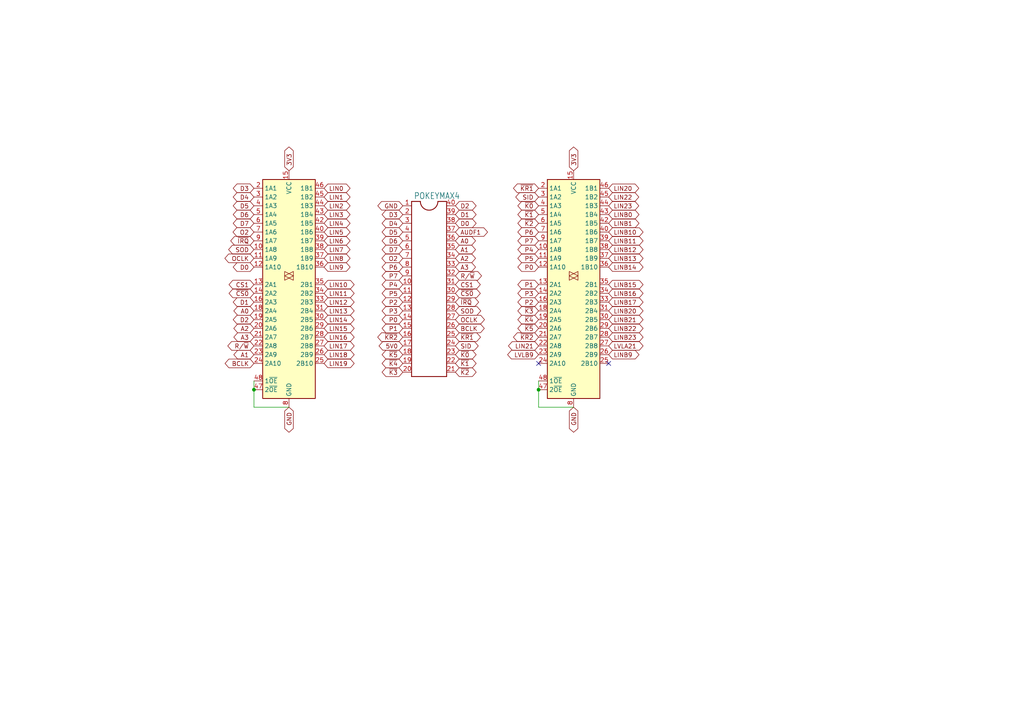
<source format=kicad_sch>
(kicad_sch (version 20231120) (generator "eeschema") (generator_version "8.0")
  (paper "A4")
  (lib_symbols
    (symbol "74xx:74CB3T16210DGV"
      (property "Reference" "U" (at -7.62 31.75 0))
      (property "Value" "74CB3T16210DGV" (at -8.89 -34.29 0))
      (symbol "74CB3T16210DGV_0_1"
        (rectangle (start -7.62 30.48) (end 7.62 -33.02) (stroke (width 0.254)) (fill (type background)))
      )
      (symbol "74CB3T16210DGV_1_0"
        (polyline (pts (xy 1.27 2.54) (xy -1.27 3.81) (xy -1.27 1.27) (xy 1.27 2.54)) (stroke (width 0.1524)))
        (polyline (pts (xy 1.27 3.81) (xy -1.27 2.54) (xy 1.27 1.27) (xy 1.27 3.81)))
        (pin passive line (at -10.16 10.16 0) (length 2.54) (name "1A8") (number "10"))
        (pin passive line (at -10.16 7.62 0) (length 2.54) (name "1A9") (number "11"))
        (pin passive line (at -10.16 5.08 0) (length 2.54) (name "1A10") (number "12"))
        (pin passive line (at -10.16 0 0) (length 2.54) (name "2A1") (number "13"))
        (pin passive line (at -10.16 -2.54 0) (length 2.54) (name "2A2") (number "14"))
        (pin power_in line (at 0 33.02 270) (length 2.54) (name "VCC") (number "15"))
        (pin passive line (at -10.16 -5.08 0) (length 2.54) (name "2A3") (number "16"))
        (pin passive line (at 0 -35.56 90) (length 2.54) hide (name "GND") (number "17"))
        (pin passive line (at -10.16 -7.62 0) (length 2.54) (name "2A4") (number "18"))
        (pin passive line (at -10.16 -10.16 0) (length 2.54) (name "2A5") (number "19"))
        (pin passive line (at -10.16 27.94 0) (length 2.54) (name "1A1") (number "2"))
        (pin passive line (at -10.16 -12.7 0) (length 2.54) (name "2A6") (number "20"))
        (pin passive line (at -10.16 -15.24 0) (length 2.54) (name "2A7") (number "21"))
        (pin passive line (at -10.16 -17.78 0) (length 2.54) (name "2A8") (number "22"))
        (pin passive line (at -10.16 -20.32 0) (length 2.54) (name "2A9") (number "23"))
        (pin passive line (at -10.16 -22.86 0) (length 2.54) (name "2A10") (number "24"))
        (pin passive line (at 10.16 -22.86 180) (length 2.54) (name "2B10") (number "25"))
        (pin passive line (at 10.16 -20.32 180) (length 2.54) (name "2B9") (number "26"))
        (pin passive line (at 10.16 -17.78 180) (length 2.54) (name "2B8") (number "27"))
        (pin passive line (at 10.16 -15.24 180) (length 2.54) (name "2B7") (number "28"))
        (pin passive line (at 10.16 -12.7 180) (length 2.54) (name "2B6") (number "29"))
        (pin passive line (at -10.16 25.4 0) (length 2.54) (name "1A2") (number "3"))
        (pin passive line (at 10.16 -10.16 180) (length 2.54) (name "2B5") (number "30"))
        (pin passive line (at 10.16 -7.62 180) (length 2.54) (name "2B4") (number "31"))
        (pin passive line (at 0 -35.56 90) (length 2.54) hide (name "GND") (number "32"))
        (pin passive line (at 10.16 -5.08 180) (length 2.54) (name "2B3") (number "33"))
        (pin passive line (at 10.16 -2.54 180) (length 2.54) (name "2B2") (number "34"))
        (pin passive line (at 10.16 0 180) (length 2.54) (name "2B1") (number "35"))
        (pin passive line (at 10.16 5.08 180) (length 2.54) (name "1B10") (number "36"))
        (pin passive line (at 10.16 7.62 180) (length 2.54) (name "1B9") (number "37"))
        (pin passive line (at 10.16 10.16 180) (length 2.54) (name "1B8") (number "38"))
        (pin passive line (at 10.16 12.7 180) (length 2.54) (name "1B7") (number "39"))
        (pin passive line (at -10.16 22.86 0) (length 2.54) (name "1A3") (number "4"))
        (pin passive line (at 10.16 15.24 180) (length 2.54) (name "1B6") (number "40"))
        (pin passive line (at 0 -35.56 90) (length 2.54) hide (name "GND") (number "41"))
        (pin passive line (at 10.16 17.78 180) (length 2.54) (name "1B5") (number "42"))
        (pin passive line (at 10.16 20.32 180) (length 2.54) (name "1B4") (number "43"))
        (pin passive line (at 10.16 22.86 180) (length 2.54) (name "1B3") (number "44"))
        (pin passive line (at 10.16 25.4 180) (length 2.54) (name "1B2") (number "45"))
        (pin passive line (at 10.16 27.94 180) (length 2.54) (name "1B1") (number "46"))
        (pin input line (at -10.16 -30.48 0) (length 2.54) (name "2~{OE}") (number "47"))
        (pin input line (at -10.16 -27.94 0) (length 2.54) (name "1~{OE}") (number "48"))
        (pin passive line (at -10.16 20.32 0) (length 2.54) (name "1A4") (number "5"))
        (pin passive line (at -10.16 17.78 0) (length 2.54) (name "1A5") (number "6"))
        (pin passive line (at -10.16 15.24 0) (length 2.54) (name "1A6") (number "7"))
        (pin power_in line (at 0 -35.56 90) (length 2.54) (name "GND") (number "8"))
        (pin passive line (at -10.16 12.7 0) (length 2.54) (name "1A7") (number "9"))
      )
      (symbol "74CB3T16210DGV_1_1"
        (pin no_connect line (at 7.62 -30.48 180) (length 2.54) hide (name "NC") (number "1"))
      )
    )
    (symbol "pokeymax4-eagle-import:DIL40"
      (property "Reference" "IC" (at -4.445 24.765 0))
      (symbol "DIL40_1_0"
        (arc (start -2.54 24.13) (mid 0 21.59) (end 2.54 24.13) (stroke (width 0.254)))
        (polyline (pts (xy -5.08 -26.67) (xy 5.08 -26.67)) (stroke (width 0.254)))
        (polyline (pts (xy -5.08 24.13) (xy -5.08 -26.67)) (stroke (width 0.254)))
        (polyline (pts (xy -5.08 24.13) (xy -2.54 24.13)) (stroke (width 0.254)))
        (polyline (pts (xy 5.08 -26.67) (xy 5.08 24.13)) (stroke (width 0.254)))
        (polyline (pts (xy 5.08 24.13) (xy 2.54 24.13)) (stroke (width 0.254)))
        (pin passive line (at -7.62 22.86 0) (length 2.54) (name "1") (number "1"))
        (pin passive line (at -7.62 0 0) (length 2.54) (name "10") (number "10"))
        (pin passive line (at -7.62 -2.54 0) (length 2.54) (name "11") (number "11"))
        (pin passive line (at -7.62 -5.08 0) (length 2.54) (name "12") (number "12"))
        (pin passive line (at -7.62 -7.62 0) (length 2.54) (name "13") (number "13"))
        (pin passive line (at -7.62 -10.16 0) (length 2.54) (name "14") (number "14"))
        (pin passive line (at -7.62 -12.7 0) (length 2.54) (name "15") (number "15"))
        (pin passive line (at -7.62 -15.24 0) (length 2.54) (name "16") (number "16"))
        (pin passive line (at -7.62 -17.78 0) (length 2.54) (name "17") (number "17"))
        (pin passive line (at -7.62 -20.32 0) (length 2.54) (name "18") (number "18"))
        (pin passive line (at -7.62 -22.86 0) (length 2.54) (name "19") (number "19"))
        (pin passive line (at -7.62 20.32 0) (length 2.54) (name "2") (number "2"))
        (pin passive line (at -7.62 -25.4 0) (length 2.54) (name "20") (number "20"))
        (pin passive line (at 7.62 -25.4 180) (length 2.54) (name "21") (number "21"))
        (pin passive line (at 7.62 -22.86 180) (length 2.54) (name "22") (number "22"))
        (pin passive line (at 7.62 -20.32 180) (length 2.54) (name "23") (number "23"))
        (pin passive line (at 7.62 -17.78 180) (length 2.54) (name "24") (number "24"))
        (pin passive line (at 7.62 -15.24 180) (length 2.54) (name "25") (number "25"))
        (pin passive line (at 7.62 -12.7 180) (length 2.54) (name "26") (number "26"))
        (pin passive line (at 7.62 -10.16 180) (length 2.54) (name "27") (number "27"))
        (pin passive line (at 7.62 -7.62 180) (length 2.54) (name "28") (number "28"))
        (pin passive line (at 7.62 -5.08 180) (length 2.54) (name "29") (number "29"))
        (pin passive line (at -7.62 17.78 0) (length 2.54) (name "3") (number "3"))
        (pin passive line (at 7.62 -2.54 180) (length 2.54) (name "30") (number "30"))
        (pin passive line (at 7.62 0 180) (length 2.54) (name "31") (number "31"))
        (pin passive line (at 7.62 2.54 180) (length 2.54) (name "32") (number "32"))
        (pin passive line (at 7.62 5.08 180) (length 2.54) (name "33") (number "33"))
        (pin passive line (at 7.62 7.62 180) (length 2.54) (name "34") (number "34"))
        (pin passive line (at 7.62 10.16 180) (length 2.54) (name "35") (number "35"))
        (pin passive line (at 7.62 12.7 180) (length 2.54) (name "36") (number "36"))
        (pin passive line (at 7.62 15.24 180) (length 2.54) (name "37") (number "37"))
        (pin passive line (at 7.62 17.78 180) (length 2.54) (name "38") (number "38"))
        (pin passive line (at 7.62 20.32 180) (length 2.54) (name "39") (number "39"))
        (pin passive line (at -7.62 15.24 0) (length 2.54) (name "4") (number "4"))
        (pin passive line (at 7.62 22.86 180) (length 2.54) (name "40") (number "40"))
        (pin passive line (at -7.62 12.7 0) (length 2.54) (name "5") (number "5"))
        (pin passive line (at -7.62 10.16 0) (length 2.54) (name "6") (number "6"))
        (pin passive line (at -7.62 7.62 0) (length 2.54) (name "7") (number "7"))
        (pin passive line (at -7.62 5.08 0) (length 2.54) (name "8") (number "8"))
        (pin passive line (at -7.62 2.54 0) (length 2.54) (name "9") (number "9"))
      )
    )
  )
  (junction (at 156.21 113.03))
  (junction (at 73.66 113.03))
  (no_connect (at 176.53 105.41))
  (no_connect (at 156.21 105.41))
  (wire (pts (xy 73.66 110.49) (xy 73.66 113.03)))
  (wire (pts (xy 156.21 113.03) (xy 156.21 118.11)))
  (wire (pts (xy 73.66 113.03) (xy 73.66 118.11)))
  (wire (pts (xy 156.21 110.49) (xy 156.21 113.03)))
  (wire (pts (xy 73.66 118.11) (xy 83.82 118.11)))
  (wire (pts (xy 156.21 118.11) (xy 166.37 118.11)))
  (global_label "GND" (shape bidirectional) (at 116.84 59.69 180) (effects (font (size 1.2446 1.2446))) (property "Intersheetrefs" "${INTERSHEET_REFS}" (effects (hide yes))))
  (global_label "D6" (shape bidirectional) (at 116.84 69.85 180) (property "Intersheetrefs" "${INTERSHEET_REFS}" (effects (hide yes))))
  (global_label "GND" (shape bidirectional) (at 166.37 118.11 270) (effects (font (size 1.2446 1.2446))) (property "Intersheetrefs" "${INTERSHEET_REFS}" (effects (hide yes))))
  (global_label "SOD" (shape bidirectional) (at 73.66 72.39 180) (property "Intersheetrefs" "${INTERSHEET_REFS}" (effects (hide yes))))
  (global_label "A3" (shape bidirectional) (at 132.08 77.47 0) (property "Intersheetrefs" "${INTERSHEET_REFS}" (effects (hide yes))))
  (global_label "BCLK" (shape bidirectional) (at 73.66 105.41 180) (property "Intersheetrefs" "${INTERSHEET_REFS}" (effects (hide yes))))
  (global_label "P0" (shape bidirectional) (at 156.21 77.47 180) (property "Intersheetrefs" "${INTERSHEET_REFS}" (effects (hide yes))))
  (global_label "P3" (shape bidirectional) (at 116.84 90.17 180) (property "Intersheetrefs" "${INTERSHEET_REFS}" (effects (hide yes))))
  (global_label "LVLA21" (shape bidirectional) (at 176.53 100.33 0) (effects (font (size 1.2446 1.2446))) (property "Intersheetrefs" "${INTERSHEET_REFS}" (effects (hide yes))))
  (global_label "LINB0" (shape bidirectional) (at 176.53 62.23 0) (effects (font (size 1.2446 1.2446))) (property "Intersheetrefs" "${INTERSHEET_REFS}" (effects (hide yes))))
  (global_label "LINB10" (shape bidirectional) (at 176.53 67.31 0) (effects (font (size 1.2446 1.2446))) (property "Intersheetrefs" "${INTERSHEET_REFS}" (effects (hide yes))))
  (global_label "P1" (shape bidirectional) (at 116.84 95.25 180) (property "Intersheetrefs" "${INTERSHEET_REFS}" (effects (hide yes))))
  (global_label "LIN15" (shape bidirectional) (at 93.98 95.25 0) (effects (font (size 1.2446 1.2446))) (property "Intersheetrefs" "${INTERSHEET_REFS}" (effects (hide yes))))
  (global_label "LIN23" (shape bidirectional) (at 176.53 59.69 0) (effects (font (size 1.2446 1.2446))) (property "Intersheetrefs" "${INTERSHEET_REFS}" (effects (hide yes))))
  (global_label "D1" (shape bidirectional) (at 73.66 87.63 180) (property "Intersheetrefs" "${INTERSHEET_REFS}" (effects (hide yes))))
  (global_label "LINB13" (shape bidirectional) (at 176.53 74.93 0) (effects (font (size 1.2446 1.2446))) (property "Intersheetrefs" "${INTERSHEET_REFS}" (effects (hide yes))))
  (global_label "D3" (shape bidirectional) (at 116.84 62.23 180) (property "Intersheetrefs" "${INTERSHEET_REFS}" (effects (hide yes))))
  (global_label "D4" (shape bidirectional) (at 116.84 64.77 180) (property "Intersheetrefs" "${INTERSHEET_REFS}" (effects (hide yes))))
  (global_label "R/~{W}" (shape bidirectional) (at 132.08 80.01 0) (property "Intersheetrefs" "${INTERSHEET_REFS}" (effects (hide yes))))
  (global_label "LIN12" (shape bidirectional) (at 93.98 87.63 0) (effects (font (size 1.2446 1.2446))) (property "Intersheetrefs" "${INTERSHEET_REFS}" (effects (hide yes))))
  (global_label "LIN3" (shape bidirectional) (at 93.98 62.23 0) (effects (font (size 1.2446 1.2446))) (property "Intersheetrefs" "${INTERSHEET_REFS}" (effects (hide yes))))
  (global_label "A1" (shape bidirectional) (at 73.66 102.87 180) (property "Intersheetrefs" "${INTERSHEET_REFS}" (effects (hide yes))))
  (global_label "SID" (shape bidirectional) (at 156.21 57.15 180) (property "Intersheetrefs" "${INTERSHEET_REFS}" (effects (hide yes))))
  (global_label "D2" (shape bidirectional) (at 73.66 92.71 180) (property "Intersheetrefs" "${INTERSHEET_REFS}" (effects (hide yes))))
  (global_label "D1" (shape bidirectional) (at 132.08 62.23 0) (property "Intersheetrefs" "${INTERSHEET_REFS}" (effects (hide yes))))
  (global_label "A3" (shape bidirectional) (at 73.66 97.79 180) (property "Intersheetrefs" "${INTERSHEET_REFS}" (effects (hide yes))))
  (global_label "GND" (shape bidirectional) (at 83.82 118.11 270) (effects (font (size 1.2446 1.2446))) (property "Intersheetrefs" "${INTERSHEET_REFS}" (effects (hide yes))))
  (global_label "LIN2" (shape bidirectional) (at 93.98 59.69 0) (effects (font (size 1.2446 1.2446))) (property "Intersheetrefs" "${INTERSHEET_REFS}" (effects (hide yes))))
  (global_label "~{K1}" (shape bidirectional) (at 156.21 62.23 180) (property "Intersheetrefs" "${INTERSHEET_REFS}" (effects (hide yes))))
  (global_label "OCLK" (shape bidirectional) (at 73.66 74.93 180) (property "Intersheetrefs" "${INTERSHEET_REFS}" (effects (hide yes))))
  (global_label "SID" (shape bidirectional) (at 132.08 100.33 0) (property "Intersheetrefs" "${INTERSHEET_REFS}" (effects (hide yes))))
  (global_label "LIN8" (shape bidirectional) (at 93.98 74.93 0) (effects (font (size 1.2446 1.2446))) (property "Intersheetrefs" "${INTERSHEET_REFS}" (effects (hide yes))))
  (global_label "~{IRQ}" (shape bidirectional) (at 73.66 69.85 180) (property "Intersheetrefs" "${INTERSHEET_REFS}" (effects (hide yes))))
  (global_label "LINB22" (shape bidirectional) (at 176.53 95.25 0) (effects (font (size 1.2446 1.2446))) (property "Intersheetrefs" "${INTERSHEET_REFS}" (effects (hide yes))))
  (global_label "P3" (shape bidirectional) (at 156.21 85.09 180) (property "Intersheetrefs" "${INTERSHEET_REFS}" (effects (hide yes))))
  (global_label "D0" (shape bidirectional) (at 132.08 64.77 0) (property "Intersheetrefs" "${INTERSHEET_REFS}" (effects (hide yes))))
  (global_label "D4" (shape bidirectional) (at 73.66 57.15 180) (property "Intersheetrefs" "${INTERSHEET_REFS}" (effects (hide yes))))
  (global_label "D7" (shape bidirectional) (at 73.66 64.77 180) (property "Intersheetrefs" "${INTERSHEET_REFS}" (effects (hide yes))))
  (global_label "BCLK" (shape bidirectional) (at 132.08 95.25 0) (property "Intersheetrefs" "${INTERSHEET_REFS}" (effects (hide yes))))
  (global_label "P1" (shape bidirectional) (at 156.21 82.55 180) (property "Intersheetrefs" "${INTERSHEET_REFS}" (effects (hide yes))))
  (global_label "CS1" (shape bidirectional) (at 73.66 82.55 180) (property "Intersheetrefs" "${INTERSHEET_REFS}" (effects (hide yes))))
  (global_label "LIN20" (shape bidirectional) (at 176.53 54.61 0) (effects (font (size 1.2446 1.2446))) (property "Intersheetrefs" "${INTERSHEET_REFS}" (effects (hide yes))))
  (global_label "~{K5}" (shape bidirectional) (at 156.21 95.25 180) (property "Intersheetrefs" "${INTERSHEET_REFS}" (effects (hide yes))))
  (global_label "~{CS0}" (shape bidirectional) (at 73.66 85.09 180) (property "Intersheetrefs" "${INTERSHEET_REFS}" (effects (hide yes))))
  (global_label "P2" (shape bidirectional) (at 116.84 87.63 180) (property "Intersheetrefs" "${INTERSHEET_REFS}" (effects (hide yes))))
  (global_label "A1" (shape bidirectional) (at 132.08 72.39 0) (property "Intersheetrefs" "${INTERSHEET_REFS}" (effects (hide yes))))
  (global_label "~{K3}" (shape bidirectional) (at 116.84 107.95 180) (property "Intersheetrefs" "${INTERSHEET_REFS}" (effects (hide yes))))
  (global_label "LIN16" (shape bidirectional) (at 93.98 97.79 0) (effects (font (size 1.2446 1.2446))) (property "Intersheetrefs" "${INTERSHEET_REFS}" (effects (hide yes))))
  (global_label "AUDF1" (shape bidirectional) (at 132.08 67.31 0) (effects (font (size 1.2446 1.2446))) (property "Intersheetrefs" "${INTERSHEET_REFS}" (effects (hide yes))))
  (global_label "LIN1" (shape bidirectional) (at 93.98 57.15 0) (effects (font (size 1.2446 1.2446))) (property "Intersheetrefs" "${INTERSHEET_REFS}" (effects (hide yes))))
  (global_label "LINB21" (shape bidirectional) (at 176.53 92.71 0) (effects (font (size 1.2446 1.2446))) (property "Intersheetrefs" "${INTERSHEET_REFS}" (effects (hide yes))))
  (global_label "3V3" (shape bidirectional) (at 166.37 49.53 90) (effects (font (size 1.2446 1.2446))) (property "Intersheetrefs" "${INTERSHEET_REFS}" (effects (hide yes))))
  (global_label "~{IRQ}" (shape bidirectional) (at 132.08 87.63 0) (property "Intersheetrefs" "${INTERSHEET_REFS}" (effects (hide yes))))
  (global_label "~{K0}" (shape bidirectional) (at 132.08 102.87 0) (property "Intersheetrefs" "${INTERSHEET_REFS}" (effects (hide yes))))
  (global_label "A2" (shape bidirectional) (at 73.66 95.25 180) (property "Intersheetrefs" "${INTERSHEET_REFS}" (effects (hide yes))))
  (global_label "LINB1" (shape bidirectional) (at 176.53 64.77 0) (effects (font (size 1.2446 1.2446))) (property "Intersheetrefs" "${INTERSHEET_REFS}" (effects (hide yes))))
  (global_label "LIN5" (shape bidirectional) (at 93.98 67.31 0) (effects (font (size 1.2446 1.2446))) (property "Intersheetrefs" "${INTERSHEET_REFS}" (effects (hide yes))))
  (global_label "LINB14" (shape bidirectional) (at 176.53 77.47 0) (effects (font (size 1.2446 1.2446))) (property "Intersheetrefs" "${INTERSHEET_REFS}" (effects (hide yes))))
  (global_label "O2" (shape bidirectional) (at 116.84 74.93 180) (property "Intersheetrefs" "${INTERSHEET_REFS}" (effects (hide yes))))
  (global_label "~{K2}" (shape bidirectional) (at 156.21 64.77 180) (property "Intersheetrefs" "${INTERSHEET_REFS}" (effects (hide yes))))
  (global_label "LIN14" (shape bidirectional) (at 93.98 92.71 0) (effects (font (size 1.2446 1.2446))) (property "Intersheetrefs" "${INTERSHEET_REFS}" (effects (hide yes))))
  (global_label "P6" (shape bidirectional) (at 156.21 67.31 180) (property "Intersheetrefs" "${INTERSHEET_REFS}" (effects (hide yes))))
  (global_label "P4" (shape bidirectional) (at 156.21 72.39 180) (property "Intersheetrefs" "${INTERSHEET_REFS}" (effects (hide yes))))
  (global_label "CS1" (shape bidirectional) (at 132.08 82.55 0) (property "Intersheetrefs" "${INTERSHEET_REFS}" (effects (hide yes))))
  (global_label "LIN19" (shape bidirectional) (at 93.98 105.41 0) (effects (font (size 1.2446 1.2446))) (property "Intersheetrefs" "${INTERSHEET_REFS}" (effects (hide yes))))
  (global_label "~{K0}" (shape bidirectional) (at 156.21 59.69 180) (property "Intersheetrefs" "${INTERSHEET_REFS}" (effects (hide yes))))
  (global_label "P4" (shape bidirectional) (at 116.84 82.55 180) (property "Intersheetrefs" "${INTERSHEET_REFS}" (effects (hide yes))))
  (global_label "~{KR2}" (shape bidirectional) (at 116.84 97.79 180) (property "Intersheetrefs" "${INTERSHEET_REFS}" (effects (hide yes))))
  (global_label "D6" (shape bidirectional) (at 73.66 62.23 180) (property "Intersheetrefs" "${INTERSHEET_REFS}" (effects (hide yes))))
  (global_label "5V0" (shape bidirectional) (at 116.84 100.33 180) (effects (font (size 1.2446 1.2446))) (property "Intersheetrefs" "${INTERSHEET_REFS}" (effects (hide yes))))
  (global_label "LIN7" (shape bidirectional) (at 93.98 72.39 0) (effects (font (size 1.2446 1.2446))) (property "Intersheetrefs" "${INTERSHEET_REFS}" (effects (hide yes))))
  (global_label "LIN6" (shape bidirectional) (at 93.98 69.85 0) (effects (font (size 1.2446 1.2446))) (property "Intersheetrefs" "${INTERSHEET_REFS}" (effects (hide yes))))
  (global_label "P5" (shape bidirectional) (at 156.21 74.93 180) (property "Intersheetrefs" "${INTERSHEET_REFS}" (effects (hide yes))))
  (global_label "~{K5}" (shape bidirectional) (at 116.84 102.87 180) (property "Intersheetrefs" "${INTERSHEET_REFS}" (effects (hide yes))))
  (global_label "D3" (shape bidirectional) (at 73.66 54.61 180) (property "Intersheetrefs" "${INTERSHEET_REFS}" (effects (hide yes))))
  (global_label "~{CS0}" (shape bidirectional) (at 132.08 85.09 0) (property "Intersheetrefs" "${INTERSHEET_REFS}" (effects (hide yes))))
  (global_label "P0" (shape bidirectional) (at 116.84 92.71 180) (property "Intersheetrefs" "${INTERSHEET_REFS}" (effects (hide yes))))
  (global_label "LINB16" (shape bidirectional) (at 176.53 85.09 0) (effects (font (size 1.2446 1.2446))) (property "Intersheetrefs" "${INTERSHEET_REFS}" (effects (hide yes))))
  (global_label "LIN17" (shape bidirectional) (at 93.98 100.33 0) (effects (font (size 1.2446 1.2446))) (property "Intersheetrefs" "${INTERSHEET_REFS}" (effects (hide yes))))
  (global_label "D0" (shape bidirectional) (at 73.66 77.47 180) (property "Intersheetrefs" "${INTERSHEET_REFS}" (effects (hide yes))))
  (global_label "P6" (shape bidirectional) (at 116.84 77.47 180) (property "Intersheetrefs" "${INTERSHEET_REFS}" (effects (hide yes))))
  (global_label "A0" (shape bidirectional) (at 73.66 90.17 180) (property "Intersheetrefs" "${INTERSHEET_REFS}" (effects (hide yes))))
  (global_label "LIN9" (shape bidirectional) (at 93.98 77.47 0) (effects (font (size 1.2446 1.2446))) (property "Intersheetrefs" "${INTERSHEET_REFS}" (effects (hide yes))))
  (global_label "LIN4" (shape bidirectional) (at 93.98 64.77 0) (effects (font (size 1.2446 1.2446))) (property "Intersheetrefs" "${INTERSHEET_REFS}" (effects (hide yes))))
  (global_label "OCLK" (shape bidirectional) (at 132.08 92.71 0) (property "Intersheetrefs" "${INTERSHEET_REFS}" (effects (hide yes))))
  (global_label "~{K3}" (shape bidirectional) (at 156.21 90.17 180) (property "Intersheetrefs" "${INTERSHEET_REFS}" (effects (hide yes))))
  (global_label "~{KR2}" (shape bidirectional) (at 156.21 97.79 180) (property "Intersheetrefs" "${INTERSHEET_REFS}" (effects (hide yes))))
  (global_label "LIN18" (shape bidirectional) (at 93.98 102.87 0) (effects (font (size 1.2446 1.2446))) (property "Intersheetrefs" "${INTERSHEET_REFS}" (effects (hide yes))))
  (global_label "P7" (shape bidirectional) (at 156.21 69.85 180) (property "Intersheetrefs" "${INTERSHEET_REFS}" (effects (hide yes))))
  (global_label "3V3" (shape bidirectional) (at 83.82 49.53 90) (effects (font (size 1.2446 1.2446))) (property "Intersheetrefs" "${INTERSHEET_REFS}" (effects (hide yes))))
  (global_label "LINB17" (shape bidirectional) (at 176.53 87.63 0) (effects (font (size 1.2446 1.2446))) (property "Intersheetrefs" "${INTERSHEET_REFS}" (effects (hide yes))))
  (global_label "P5" (shape bidirectional) (at 116.84 85.09 180) (property "Intersheetrefs" "${INTERSHEET_REFS}" (effects (hide yes))))
  (global_label "SOD" (shape bidirectional) (at 132.08 90.17 0) (property "Intersheetrefs" "${INTERSHEET_REFS}" (effects (hide yes))))
  (global_label "P7" (shape bidirectional) (at 116.84 80.01 180) (property "Intersheetrefs" "${INTERSHEET_REFS}" (effects (hide yes))))
  (global_label "R/~{W}" (shape bidirectional) (at 73.66 100.33 180) (property "Intersheetrefs" "${INTERSHEET_REFS}" (effects (hide yes))))
  (global_label "LINB11" (shape bidirectional) (at 176.53 69.85 0) (effects (font (size 1.2446 1.2446))) (property "Intersheetrefs" "${INTERSHEET_REFS}" (effects (hide yes))))
  (global_label "~{KR1}" (shape bidirectional) (at 132.08 97.79 0) (property "Intersheetrefs" "${INTERSHEET_REFS}" (effects (hide yes))))
  (global_label "~{K4}" (shape bidirectional) (at 156.21 92.71 180) (property "Intersheetrefs" "${INTERSHEET_REFS}" (effects (hide yes))))
  (global_label "LINB12" (shape bidirectional) (at 176.53 72.39 0) (effects (font (size 1.2446 1.2446))) (property "Intersheetrefs" "${INTERSHEET_REFS}" (effects (hide yes))))
  (global_label "LIN22" (shape bidirectional) (at 176.53 57.15 0) (effects (font (size 1.2446 1.2446))) (property "Intersheetrefs" "${INTERSHEET_REFS}" (effects (hide yes))))
  (global_label "A2" (shape bidirectional) (at 132.08 74.93 0) (property "Intersheetrefs" "${INTERSHEET_REFS}" (effects (hide yes))))
  (global_label "LIN10" (shape bidirectional) (at 93.98 82.55 0) (effects (font (size 1.2446 1.2446))) (property "Intersheetrefs" "${INTERSHEET_REFS}" (effects (hide yes))))
  (global_label "LVLB9" (shape bidirectional) (at 156.21 102.87 180) (effects (font (size 1.2446 1.2446))) (property "Intersheetrefs" "${INTERSHEET_REFS}" (effects (hide yes))))
  (global_label "~{K2}" (shape bidirectional) (at 132.08 107.95 0) (property "Intersheetrefs" "${INTERSHEET_REFS}" (effects (hide yes))))
  (global_label "LIN11" (shape bidirectional) (at 93.98 85.09 0) (effects (font (size 1.2446 1.2446))) (property "Intersheetrefs" "${INTERSHEET_REFS}" (effects (hide yes))))
  (global_label "~{K4}" (shape bidirectional) (at 116.84 105.41 180) (property "Intersheetrefs" "${INTERSHEET_REFS}" (effects (hide yes))))
  (global_label "~{K1}" (shape bidirectional) (at 132.08 105.41 0) (property "Intersheetrefs" "${INTERSHEET_REFS}" (effects (hide yes))))
  (global_label "LINB23" (shape bidirectional) (at 176.53 97.79 0) (effects (font (size 1.2446 1.2446))) (property "Intersheetrefs" "${INTERSHEET_REFS}" (effects (hide yes))))
  (global_label "D2" (shape bidirectional) (at 132.08 59.69 0) (property "Intersheetrefs" "${INTERSHEET_REFS}" (effects (hide yes))))
  (global_label "D7" (shape bidirectional) (at 116.84 72.39 180) (property "Intersheetrefs" "${INTERSHEET_REFS}" (effects (hide yes))))
  (global_label "~{KR1}" (shape bidirectional) (at 156.21 54.61 180) (property "Intersheetrefs" "${INTERSHEET_REFS}" (effects (hide yes))))
  (global_label "LIN21" (shape bidirectional) (at 156.21 100.33 180) (effects (font (size 1.2446 1.2446))) (property "Intersheetrefs" "${INTERSHEET_REFS}" (effects (hide yes))))
  (global_label "A0" (shape bidirectional) (at 132.08 69.85 0) (property "Intersheetrefs" "${INTERSHEET_REFS}" (effects (hide yes))))
  (global_label "LIN13" (shape bidirectional) (at 93.98 90.17 0) (effects (font (size 1.2446 1.2446))) (property "Intersheetrefs" "${INTERSHEET_REFS}" (effects (hide yes))))
  (global_label "LINB9" (shape bidirectional) (at 176.53 102.87 0) (effects (font (size 1.2446 1.2446))) (property "Intersheetrefs" "${INTERSHEET_REFS}" (effects (hide yes))))
  (global_label "P2" (shape bidirectional) (at 156.21 87.63 180) (property "Intersheetrefs" "${INTERSHEET_REFS}" (effects (hide yes))))
  (global_label "LINB15" (shape bidirectional) (at 176.53 82.55 0) (effects (font (size 1.2446 1.2446))) (property "Intersheetrefs" "${INTERSHEET_REFS}" (effects (hide yes))))
  (global_label "D5" (shape bidirectional) (at 73.66 59.69 180) (property "Intersheetrefs" "${INTERSHEET_REFS}" (effects (hide yes))))
  (global_label "LIN0" (shape bidirectional) (at 93.98 54.61 0) (effects (font (size 1.2446 1.2446))) (property "Intersheetrefs" "${INTERSHEET_REFS}" (effects (hide yes))))
  (global_label "LINB20" (shape bidirectional) (at 176.53 90.17 0) (effects (font (size 1.2446 1.2446))) (property "Intersheetrefs" "${INTERSHEET_REFS}" (effects (hide yes))))
  (global_label "O2" (shape bidirectional) (at 73.66 67.31 180) (property "Intersheetrefs" "${INTERSHEET_REFS}" (effects (hide yes))))
  (global_label "D5" (shape bidirectional) (at 116.84 67.31 180) (property "Intersheetrefs" "${INTERSHEET_REFS}" (effects (hide yes))))
  (symbol (lib_id "74xx:74CB3T16210DGV") (at 166.37 82.55 0) (unit 1)
    (property "Reference" "U2" (effects (hide yes)))
    (property "Value" "74CB3T16210" (effects (hide yes)))
    (property "Footprint" "Package_SO:TSSOP-48_6.1x12.5mm_P0.5mm" (effects (hide yes)))
    (property "Datasheet" "https://www.ti.com/lit/ds/symlink/sn74cb3t16210.pdf" (effects (hide yes)))
    (property "Description" "20-bit FET bus switch with 10-bit output enables, TVSOP-48" (effects (hide yes)))
    (property "LCSC Part #" "C2674762" (effects (hide yes)))
    (property "JLCPCB Rotation Offset" "270" (effects (hide yes)))
  )
  (symbol (lib_id "74xx:74CB3T16210DGV") (at 83.82 82.55 0) (unit 1)
    (property "Reference" "U4" (effects (hide yes)))
    (property "Value" "74CB3T16210" (effects (hide yes)))
    (property "Footprint" "Package_SO:TSSOP-48_6.1x12.5mm_P0.5mm" (effects (hide yes)))
    (property "Datasheet" "https://www.ti.com/lit/ds/symlink/sn74cb3t16210.pdf" (effects (hide yes)))
    (property "Description" "20-bit FET bus switch with 10-bit output enables, TVSOP-48" (effects (hide yes)))
    (property "LCSC Part #" "C2674762" (effects (hide yes)))
    (property "JLCPCB Rotation Offset" "270" (effects (hide yes)))
  )
  (symbol (lib_id "pokeymax4-eagle-import:DIL40") (at 124.46 82.55 0) (unit 1) (in_bom no)
    (property "Reference" "POKEYMAX4" (at 120.015 57.785 0) (effects (font (size 1.778 1.5113)) (justify left bottom)))
    (property "Value" "DIL40" (effects (hide yes)))
    (property "Footprint" "Package_DIP:DIP-40_W15.24mm_Socket" (effects (hide yes)))
  )
)
</source>
